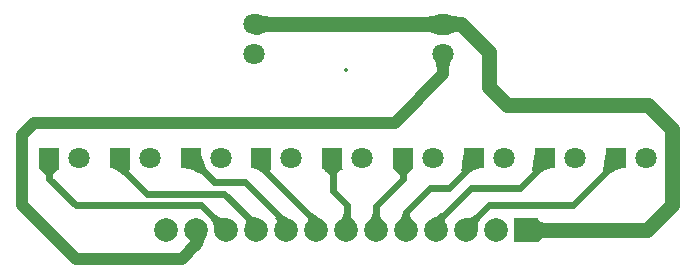
<source format=gbl>
%TF.GenerationSoftware,KiCad,Pcbnew,8.0.1*%
%TF.CreationDate,2024-06-15T14:56:54+02:00*%
%TF.ProjectId,BMW E30 VFL SI Indicator V2,424d5720-4533-4302-9056-464c20534920,rev?*%
%TF.SameCoordinates,Original*%
%TF.FileFunction,Copper,L2,Bot*%
%TF.FilePolarity,Positive*%
%FSLAX46Y46*%
G04 Gerber Fmt 4.6, Leading zero omitted, Abs format (unit mm)*
G04 Created by KiCad (PCBNEW 8.0.1) date 2024-06-15 14:56:54*
%MOMM*%
%LPD*%
G01*
G04 APERTURE LIST*
%TA.AperFunction,ComponentPad*%
%ADD10R,1.800000X1.800000*%
%TD*%
%TA.AperFunction,ComponentPad*%
%ADD11C,1.800000*%
%TD*%
%TA.AperFunction,ComponentPad*%
%ADD12C,2.000000*%
%TD*%
%TA.AperFunction,ComponentPad*%
%ADD13R,2.000000X2.000000*%
%TD*%
%TA.AperFunction,Conductor*%
%ADD14C,0.600000*%
%TD*%
%TA.AperFunction,Conductor*%
%ADD15C,1.000000*%
%TD*%
%TA.AperFunction,Conductor*%
%ADD16C,1.300000*%
%TD*%
%ADD17C,0.350000*%
G04 APERTURE END LIST*
D10*
%TO.P,D9,1,K*%
%TO.N,Net-(D9-K)*%
X125125000Y-85500000D03*
D11*
%TO.P,D9,2,A*%
%TO.N,Net-(D1-A)*%
X127665000Y-85500000D03*
%TD*%
D10*
%TO.P,D8,1,K*%
%TO.N,Net-(D8-K)*%
X131125000Y-85500000D03*
D11*
%TO.P,D8,2,A*%
%TO.N,Net-(D1-A)*%
X133665000Y-85500000D03*
%TD*%
D10*
%TO.P,D5,1,K*%
%TO.N,Net-(D5-K)*%
X149125000Y-85500000D03*
D11*
%TO.P,D5,2,A*%
%TO.N,Net-(D1-A)*%
X151665000Y-85500000D03*
%TD*%
D10*
%TO.P,D7,1,K*%
%TO.N,Net-(D7-K)*%
X137125000Y-85500000D03*
D11*
%TO.P,D7,2,A*%
%TO.N,Net-(D1-A)*%
X139665000Y-85500000D03*
%TD*%
D10*
%TO.P,D1,1,K*%
%TO.N,Net-(D1-K)*%
X173125000Y-85500000D03*
D11*
%TO.P,D1,2,A*%
%TO.N,Net-(D1-A)*%
X175665000Y-85500000D03*
%TD*%
D10*
%TO.P,D6,1,K*%
%TO.N,Net-(D6-K)*%
X143125000Y-85500000D03*
D11*
%TO.P,D6,2,A*%
%TO.N,Net-(D1-A)*%
X145665000Y-85500000D03*
%TD*%
D10*
%TO.P,D2,1,K*%
%TO.N,Net-(D2-K)*%
X167125000Y-85500000D03*
D11*
%TO.P,D2,2,A*%
%TO.N,Net-(D1-A)*%
X169665000Y-85500000D03*
%TD*%
D10*
%TO.P,D4,1,K*%
%TO.N,Net-(D4-K)*%
X155125000Y-85500000D03*
D11*
%TO.P,D4,2,A*%
%TO.N,Net-(D1-A)*%
X157665000Y-85500000D03*
%TD*%
D10*
%TO.P,D3,1,K*%
%TO.N,Net-(D3-K)*%
X161125000Y-85500000D03*
D11*
%TO.P,D3,2,A*%
%TO.N,Net-(D1-A)*%
X163665000Y-85500000D03*
%TD*%
D12*
%TO.P,J1,13,BULB_OILSERVICE*%
%TO.N,Net-(J1-BULB_OILSERVICE)*%
X135060000Y-91600000D03*
%TO.P,J1,12,BULB_INSPECTION*%
%TO.N,Net-(J1-BULB_INSPECTION)*%
X137600000Y-91600000D03*
%TO.P,J1,11,LED_G1*%
%TO.N,Net-(D9-K)*%
X140140000Y-91600000D03*
%TO.P,J1,10,LED_G2*%
%TO.N,Net-(D8-K)*%
X142680000Y-91600000D03*
%TO.P,J1,9,LED_G3*%
%TO.N,Net-(D7-K)*%
X145220000Y-91600000D03*
%TO.P,J1,8,LED_G4*%
%TO.N,Net-(D6-K)*%
X147760000Y-91600000D03*
%TO.P,J1,7,LED_G5*%
%TO.N,Net-(D5-K)*%
X150300000Y-91600000D03*
%TO.P,J1,6,LED_Y*%
%TO.N,Net-(D4-K)*%
X152840000Y-91600000D03*
%TO.P,J1,5,LED_R1*%
%TO.N,Net-(D3-K)*%
X155380000Y-91600000D03*
%TO.P,J1,4,LED_R2*%
%TO.N,Net-(D2-K)*%
X157920000Y-91600000D03*
%TO.P,J1,3,LED_R3*%
%TO.N,Net-(D1-K)*%
X160460000Y-91600000D03*
%TO.P,J1,2,GND_LED*%
%TO.N,Net-(D1-A)*%
X163000000Y-91600000D03*
D13*
%TO.P,J1,1,GND_BULB*%
%TO.N,Net-(J1-GND_BULB)*%
X165540000Y-91600000D03*
%TD*%
D11*
%TO.P,LA2,1,-*%
%TO.N,Net-(J1-BULB_INSPECTION)*%
X158500000Y-76700000D03*
%TO.P,LA2,2,+*%
%TO.N,Net-(J1-GND_BULB)*%
X158500000Y-74160000D03*
%TD*%
%TO.P,LA1,1,-*%
%TO.N,Net-(J1-GND_BULB)*%
X142500000Y-74160000D03*
%TO.P,LA1,2,+*%
%TO.N,Net-(J1-BULB_OILSERVICE)*%
X142500000Y-76700000D03*
%TD*%
D14*
%TO.N,Net-(D2-K)*%
X157920000Y-90980000D02*
X157920000Y-91600000D01*
X160900000Y-88000000D02*
X157920000Y-90980000D01*
X165000000Y-88000000D02*
X160900000Y-88000000D01*
X167125000Y-85875000D02*
X165000000Y-88000000D01*
X167125000Y-85500000D02*
X167125000Y-85875000D01*
%TO.N,Net-(D3-K)*%
X155380000Y-90020000D02*
X155380000Y-91600000D01*
X157400000Y-88000000D02*
X155380000Y-90020000D01*
X159000000Y-88000000D02*
X157400000Y-88000000D01*
X161125000Y-85875000D02*
X159000000Y-88000000D01*
X161125000Y-85500000D02*
X161125000Y-85875000D01*
%TO.N,Net-(D4-K)*%
X152840000Y-89560000D02*
X152840000Y-91600000D01*
X155125000Y-87275000D02*
X152840000Y-89560000D01*
X155125000Y-85500000D02*
X155125000Y-87275000D01*
%TO.N,Net-(D5-K)*%
X150400000Y-91500000D02*
X150300000Y-91600000D01*
X149150000Y-88250000D02*
X150400000Y-89500000D01*
X149150000Y-85525000D02*
X149150000Y-88250000D01*
X150400000Y-89500000D02*
X150400000Y-91500000D01*
X149125000Y-85500000D02*
X149150000Y-85525000D01*
%TO.N,Net-(D6-K)*%
X147760000Y-90860000D02*
X147760000Y-91600000D01*
X143125000Y-86225000D02*
X147760000Y-90860000D01*
X143125000Y-85500000D02*
X143125000Y-86225000D01*
%TO.N,Net-(D7-K)*%
X145220000Y-91015000D02*
X145220000Y-91600000D01*
X139125000Y-87500000D02*
X141705000Y-87500000D01*
X141705000Y-87500000D02*
X145220000Y-91015000D01*
X137125000Y-85500000D02*
X139125000Y-87500000D01*
%TO.N,Net-(D8-K)*%
X142680000Y-91190000D02*
X142680000Y-91600000D01*
X133400000Y-88500000D02*
X139990000Y-88500000D01*
X139990000Y-88500000D02*
X142680000Y-91190000D01*
X131125000Y-86225000D02*
X133400000Y-88500000D01*
X131125000Y-85500000D02*
X131125000Y-86225000D01*
%TO.N,Net-(D9-K)*%
X138040000Y-89500000D02*
X140140000Y-91600000D01*
X127400000Y-89500000D02*
X138040000Y-89500000D01*
X125150000Y-87250000D02*
X127400000Y-89500000D01*
X125150000Y-85525000D02*
X125150000Y-87250000D01*
X125125000Y-85500000D02*
X125150000Y-85525000D01*
D15*
%TO.N,Net-(J1-BULB_INSPECTION)*%
X122900000Y-83500000D02*
X123900000Y-82500000D01*
X123900000Y-82500000D02*
X154400000Y-82500000D01*
X137600000Y-92800000D02*
X136400000Y-94000000D01*
X122900000Y-89500000D02*
X122900000Y-83500000D01*
X158500000Y-78400000D02*
X158500000Y-76700000D01*
X154400000Y-82500000D02*
X158500000Y-78400000D01*
X137600000Y-91600000D02*
X137600000Y-92800000D01*
X127400000Y-94000000D02*
X122900000Y-89500000D01*
X136400000Y-94000000D02*
X127400000Y-94000000D01*
D16*
%TO.N,Net-(J1-GND_BULB)*%
X175800000Y-91600000D02*
X165540000Y-91600000D01*
X177900000Y-89500000D02*
X175800000Y-91600000D01*
X175900000Y-81000000D02*
X177900000Y-83000000D01*
X177900000Y-83000000D02*
X177900000Y-89500000D01*
X163900000Y-81000000D02*
X175900000Y-81000000D01*
X162400000Y-76500000D02*
X162400000Y-79500000D01*
X160060000Y-74160000D02*
X162400000Y-76500000D01*
X162400000Y-79500000D02*
X163900000Y-81000000D01*
X158500000Y-74160000D02*
X160060000Y-74160000D01*
D14*
%TO.N,Net-(D1-K)*%
X160460000Y-91440000D02*
X160460000Y-91600000D01*
X162400000Y-89500000D02*
X160460000Y-91440000D01*
X169500000Y-89500000D02*
X162400000Y-89500000D01*
X173500000Y-85500000D02*
X169500000Y-89500000D01*
D16*
%TO.N,Net-(J1-GND_BULB)*%
X142500000Y-74160000D02*
X158500000Y-74160000D01*
%TD*%
%TA.AperFunction,Conductor*%
%TO.N,Net-(D2-K)*%
G36*
X158386025Y-90105011D02*
G01*
X158795929Y-90514915D01*
X158799356Y-90523188D01*
X158797460Y-90529574D01*
X158667574Y-90728977D01*
X158678271Y-90910688D01*
X158678271Y-90910689D01*
X158768167Y-91096416D01*
X158768236Y-91096559D01*
X158870314Y-91314978D01*
X158871243Y-91317939D01*
X158917634Y-91586316D01*
X158915666Y-91595052D01*
X158908098Y-91599838D01*
X158906113Y-91600009D01*
X157924150Y-91600703D01*
X157915875Y-91597282D01*
X157915861Y-91597268D01*
X157221821Y-90901839D01*
X157218402Y-90893562D01*
X157221837Y-90885293D01*
X157222481Y-90884697D01*
X157476978Y-90667163D01*
X157478710Y-90665939D01*
X157694517Y-90541292D01*
X157695478Y-90540797D01*
X157858442Y-90466484D01*
X157896266Y-90449237D01*
X157896269Y-90449235D01*
X157896283Y-90449229D01*
X158113481Y-90323779D01*
X158370152Y-90104389D01*
X158378665Y-90101620D01*
X158386025Y-90105011D01*
G37*
%TD.AperFunction*%
%TD*%
%TA.AperFunction,Conductor*%
%TO.N,Net-(D2-K)*%
G36*
X166238529Y-85220514D02*
G01*
X167121070Y-85497835D01*
X167127935Y-85503584D01*
X167447683Y-86119357D01*
X167586102Y-86385924D01*
X167586873Y-86394846D01*
X167581110Y-86401700D01*
X167577805Y-86402828D01*
X167366452Y-86441135D01*
X167366448Y-86441136D01*
X167366446Y-86441136D01*
X167366444Y-86441137D01*
X167249784Y-86480785D01*
X167139477Y-86518274D01*
X167139474Y-86518275D01*
X166912517Y-86631406D01*
X166912507Y-86631412D01*
X166685547Y-86780545D01*
X166685538Y-86780551D01*
X166466771Y-86959002D01*
X166458195Y-86961576D01*
X166451103Y-86958209D01*
X166038730Y-86545836D01*
X166035303Y-86537563D01*
X166035525Y-86535295D01*
X166038888Y-86518274D01*
X166072452Y-86348389D01*
X166110589Y-86119357D01*
X166148725Y-85854326D01*
X166186862Y-85553294D01*
X166223404Y-85230360D01*
X166227740Y-85222527D01*
X166236346Y-85220052D01*
X166238529Y-85220514D01*
G37*
%TD.AperFunction*%
%TD*%
%TA.AperFunction,Conductor*%
%TO.N,Net-(D3-K)*%
G36*
X155678052Y-90103427D02*
G01*
X155681373Y-90110128D01*
X155721376Y-90405151D01*
X155829084Y-90599457D01*
X155829087Y-90599461D01*
X155978357Y-90752781D01*
X155978614Y-90753054D01*
X156028852Y-90808164D01*
X156144078Y-90934564D01*
X156145622Y-90936699D01*
X156297399Y-91205825D01*
X156298478Y-91214714D01*
X156292955Y-91221763D01*
X156291695Y-91222377D01*
X155384487Y-91599136D01*
X155375533Y-91599145D01*
X155375513Y-91599136D01*
X154468304Y-91222377D01*
X154461977Y-91216039D01*
X154461986Y-91207085D01*
X154462593Y-91205837D01*
X154614377Y-90936694D01*
X154615916Y-90934567D01*
X154781439Y-90752993D01*
X154781573Y-90752851D01*
X154930913Y-90599460D01*
X155038622Y-90405152D01*
X155078627Y-90110128D01*
X155083135Y-90102390D01*
X155090221Y-90100000D01*
X155669779Y-90100000D01*
X155678052Y-90103427D01*
G37*
%TD.AperFunction*%
%TD*%
%TA.AperFunction,Conductor*%
%TO.N,Net-(D3-K)*%
G36*
X160238529Y-85220514D02*
G01*
X161121070Y-85497835D01*
X161127935Y-85503584D01*
X161447683Y-86119357D01*
X161586102Y-86385924D01*
X161586873Y-86394846D01*
X161581110Y-86401700D01*
X161577805Y-86402828D01*
X161366452Y-86441135D01*
X161366448Y-86441136D01*
X161366446Y-86441136D01*
X161366444Y-86441137D01*
X161249784Y-86480785D01*
X161139477Y-86518274D01*
X161139474Y-86518275D01*
X160912517Y-86631406D01*
X160912507Y-86631412D01*
X160685547Y-86780545D01*
X160685538Y-86780551D01*
X160466771Y-86959002D01*
X160458195Y-86961576D01*
X160451103Y-86958209D01*
X160038730Y-86545836D01*
X160035303Y-86537563D01*
X160035525Y-86535295D01*
X160038888Y-86518274D01*
X160072452Y-86348389D01*
X160110589Y-86119357D01*
X160148725Y-85854326D01*
X160186862Y-85553294D01*
X160223404Y-85230360D01*
X160227740Y-85222527D01*
X160236346Y-85220052D01*
X160238529Y-85220514D01*
G37*
%TD.AperFunction*%
%TD*%
%TA.AperFunction,Conductor*%
%TO.N,Net-(D4-K)*%
G36*
X153138052Y-90103427D02*
G01*
X153141373Y-90110128D01*
X153181376Y-90405151D01*
X153289084Y-90599457D01*
X153289087Y-90599461D01*
X153438357Y-90752781D01*
X153438614Y-90753054D01*
X153488852Y-90808164D01*
X153604078Y-90934564D01*
X153605622Y-90936699D01*
X153757399Y-91205825D01*
X153758478Y-91214714D01*
X153752955Y-91221763D01*
X153751695Y-91222377D01*
X152844487Y-91599136D01*
X152835533Y-91599145D01*
X152835513Y-91599136D01*
X151928304Y-91222377D01*
X151921977Y-91216039D01*
X151921986Y-91207085D01*
X151922593Y-91205837D01*
X152074377Y-90936694D01*
X152075916Y-90934567D01*
X152241439Y-90752993D01*
X152241573Y-90752851D01*
X152390913Y-90599460D01*
X152498622Y-90405152D01*
X152538627Y-90110128D01*
X152543135Y-90102390D01*
X152550221Y-90100000D01*
X153129779Y-90100000D01*
X153138052Y-90103427D01*
G37*
%TD.AperFunction*%
%TD*%
%TA.AperFunction,Conductor*%
%TO.N,Net-(D4-K)*%
G36*
X155133268Y-85507277D02*
G01*
X156012950Y-86387937D01*
X156016372Y-86396211D01*
X156012941Y-86404483D01*
X156009409Y-86406903D01*
X155905006Y-86453134D01*
X155904991Y-86453143D01*
X155785001Y-86529705D01*
X155665009Y-86629698D01*
X155544998Y-86753139D01*
X155428511Y-86895703D01*
X155420623Y-86899941D01*
X155419451Y-86900000D01*
X154830549Y-86900000D01*
X154822276Y-86896573D01*
X154821489Y-86895703D01*
X154705001Y-86753139D01*
X154702391Y-86750454D01*
X154584999Y-86629707D01*
X154584992Y-86629701D01*
X154584989Y-86629698D01*
X154584990Y-86629698D01*
X154464998Y-86529705D01*
X154464999Y-86529705D01*
X154345008Y-86453143D01*
X154344993Y-86453134D01*
X154240590Y-86406903D01*
X154234413Y-86400420D01*
X154234629Y-86391468D01*
X154237045Y-86387941D01*
X155116722Y-85507286D01*
X155124994Y-85503856D01*
X155133268Y-85507277D01*
G37*
%TD.AperFunction*%
%TD*%
%TA.AperFunction,Conductor*%
%TO.N,Net-(D5-K)*%
G36*
X149133267Y-85507278D02*
G01*
X149133351Y-85507360D01*
X150013256Y-86388243D01*
X150016678Y-86396518D01*
X150013247Y-86404790D01*
X150009972Y-86407093D01*
X149909995Y-86454283D01*
X149794995Y-86531422D01*
X149679997Y-86631423D01*
X149564990Y-86754290D01*
X149453513Y-86895548D01*
X149445698Y-86899920D01*
X149444329Y-86900000D01*
X148855507Y-86900000D01*
X148847234Y-86896573D01*
X148846491Y-86895757D01*
X148728188Y-86752721D01*
X148724587Y-86749067D01*
X148606373Y-86629079D01*
X148524142Y-86561573D01*
X148484568Y-86529085D01*
X148484563Y-86529081D01*
X148484560Y-86529079D01*
X148475344Y-86523301D01*
X148362756Y-86452723D01*
X148256572Y-86406768D01*
X148250340Y-86400337D01*
X148250481Y-86391383D01*
X148252864Y-86387840D01*
X149116724Y-85507433D01*
X149124962Y-85503930D01*
X149133267Y-85507278D01*
G37*
%TD.AperFunction*%
%TD*%
%TA.AperFunction,Conductor*%
%TO.N,Net-(D5-K)*%
G36*
X150697783Y-90123318D02*
G01*
X150701141Y-90130318D01*
X150732146Y-90413578D01*
X150817390Y-90607065D01*
X150817391Y-90607067D01*
X150817393Y-90607070D01*
X150938955Y-90763461D01*
X151071291Y-90934528D01*
X151079429Y-90945047D01*
X151080514Y-90946728D01*
X151217864Y-91205962D01*
X151218709Y-91214877D01*
X151213003Y-91221779D01*
X151212012Y-91222245D01*
X150304487Y-91599136D01*
X150295533Y-91599145D01*
X150295513Y-91599136D01*
X149388684Y-91222534D01*
X149382357Y-91216196D01*
X149382366Y-91207242D01*
X149383153Y-91205685D01*
X149547128Y-90934523D01*
X149549239Y-90931951D01*
X149739332Y-90758221D01*
X149739859Y-90757769D01*
X149917640Y-90615250D01*
X150048865Y-90428138D01*
X150098377Y-90129676D01*
X150103111Y-90122075D01*
X150109919Y-90119891D01*
X150689510Y-90119891D01*
X150697783Y-90123318D01*
G37*
%TD.AperFunction*%
%TD*%
%TA.AperFunction,Conductor*%
%TO.N,Net-(D6-K)*%
G36*
X143132602Y-85507933D02*
G01*
X143134413Y-85509413D01*
X144013389Y-86388389D01*
X144016816Y-86396662D01*
X144013389Y-86404935D01*
X144010235Y-86407183D01*
X143993138Y-86415501D01*
X143993136Y-86415503D01*
X143961275Y-86437394D01*
X143961272Y-86437396D01*
X143929415Y-86465676D01*
X143929404Y-86465687D01*
X143897561Y-86500339D01*
X143897543Y-86500360D01*
X143866135Y-86540840D01*
X143865164Y-86541941D01*
X143449576Y-86957529D01*
X143441303Y-86960956D01*
X143433150Y-86957647D01*
X143258640Y-86788059D01*
X143075860Y-86642678D01*
X143075861Y-86642678D01*
X143075859Y-86642677D01*
X143075856Y-86642675D01*
X142893082Y-86529543D01*
X142893079Y-86529541D01*
X142893076Y-86529539D01*
X142893073Y-86529538D01*
X142813062Y-86494127D01*
X142710299Y-86448648D01*
X142710295Y-86448646D01*
X142710284Y-86448643D01*
X142543259Y-86404189D01*
X142536145Y-86398750D01*
X142534962Y-86389874D01*
X142536513Y-86386425D01*
X143116388Y-85511222D01*
X143123813Y-85506220D01*
X143132602Y-85507933D01*
G37*
%TD.AperFunction*%
%TD*%
%TA.AperFunction,Conductor*%
%TO.N,Net-(D6-K)*%
G36*
X147409964Y-90084833D02*
G01*
X147649123Y-90298865D01*
X147649126Y-90298867D01*
X147845031Y-90432787D01*
X147845033Y-90432789D01*
X147845037Y-90432791D01*
X147845038Y-90432792D01*
X148023434Y-90537347D01*
X148024108Y-90537774D01*
X148219077Y-90671053D01*
X148220262Y-90671984D01*
X148267432Y-90714197D01*
X148457901Y-90884654D01*
X148461781Y-90892724D01*
X148458817Y-90901174D01*
X148458380Y-90901637D01*
X147764138Y-91597268D01*
X147755869Y-91600703D01*
X147755849Y-91600703D01*
X146774375Y-91600010D01*
X146766104Y-91596577D01*
X146762683Y-91588302D01*
X146762928Y-91585933D01*
X146820228Y-91310670D01*
X146821566Y-91307179D01*
X146950423Y-91085777D01*
X146950665Y-91085383D01*
X147071911Y-90898091D01*
X147106839Y-90714198D01*
X147048996Y-90619207D01*
X146982235Y-90509570D01*
X146980859Y-90500722D01*
X146983953Y-90495214D01*
X147393890Y-90085277D01*
X147402162Y-90081851D01*
X147409964Y-90084833D01*
G37*
%TD.AperFunction*%
%TD*%
%TA.AperFunction,Conductor*%
%TO.N,Net-(D7-K)*%
G36*
X144740703Y-90111267D02*
G01*
X144918188Y-90285072D01*
X145059282Y-90406568D01*
X145194521Y-90494407D01*
X145362718Y-90575341D01*
X145362740Y-90575350D01*
X145362753Y-90575356D01*
X145466858Y-90619077D01*
X145591957Y-90671615D01*
X145598258Y-90677978D01*
X145598241Y-90686869D01*
X145223697Y-91593468D01*
X145217370Y-91599806D01*
X145212875Y-91600701D01*
X144233741Y-91600009D01*
X144225470Y-91596576D01*
X144222049Y-91588301D01*
X144222199Y-91586445D01*
X144265462Y-91319791D01*
X144266278Y-91317010D01*
X144360604Y-91099606D01*
X144360615Y-91099580D01*
X144441503Y-90914375D01*
X144445105Y-90733429D01*
X144313469Y-90535407D01*
X144311744Y-90526621D01*
X144314939Y-90520660D01*
X144724246Y-90111353D01*
X144732518Y-90107927D01*
X144740703Y-90111267D01*
G37*
%TD.AperFunction*%
%TD*%
%TA.AperFunction,Conductor*%
%TO.N,Net-(D7-K)*%
G36*
X138022203Y-85132071D02*
G01*
X138028529Y-85138409D01*
X138028862Y-85139322D01*
X138138137Y-85482052D01*
X138251274Y-85800894D01*
X138364396Y-86083702D01*
X138364415Y-86083746D01*
X138477537Y-86330559D01*
X138586575Y-86533762D01*
X138587467Y-86542672D01*
X138584538Y-86547567D01*
X138173145Y-86958960D01*
X138164872Y-86962387D01*
X138158464Y-86960476D01*
X138012580Y-86864987D01*
X137883578Y-86780547D01*
X137883573Y-86780544D01*
X137883571Y-86780543D01*
X137883570Y-86780542D01*
X137600735Y-86631410D01*
X137356613Y-86533762D01*
X137317893Y-86518274D01*
X137317892Y-86518273D01*
X137317888Y-86518272D01*
X137035050Y-86441136D01*
X136767073Y-86402161D01*
X136759379Y-86397579D01*
X136757179Y-86388899D01*
X136757941Y-86386119D01*
X137122438Y-85503782D01*
X137128762Y-85497446D01*
X138013249Y-85132062D01*
X138022203Y-85132071D01*
G37*
%TD.AperFunction*%
%TD*%
%TA.AperFunction,Conductor*%
%TO.N,Net-(D8-K)*%
G36*
X142085498Y-90170415D02*
G01*
X142200393Y-90273903D01*
X142281298Y-90346777D01*
X142281300Y-90346778D01*
X142281302Y-90346780D01*
X142446004Y-90452076D01*
X142607223Y-90516787D01*
X142800587Y-90578753D01*
X142801087Y-90578926D01*
X143051312Y-90671895D01*
X143057874Y-90677988D01*
X143058204Y-90686937D01*
X143058051Y-90687329D01*
X142683697Y-91593468D01*
X142677370Y-91599806D01*
X142672875Y-91600701D01*
X141693164Y-91600009D01*
X141684893Y-91596576D01*
X141681472Y-91588301D01*
X141681552Y-91586944D01*
X141711456Y-91335544D01*
X141711865Y-91333579D01*
X141773648Y-91127837D01*
X141817231Y-90952586D01*
X141793338Y-90781489D01*
X141658820Y-90595325D01*
X141656753Y-90586615D01*
X141660029Y-90580204D01*
X142069398Y-90170835D01*
X142077670Y-90167409D01*
X142085498Y-90170415D01*
G37*
%TD.AperFunction*%
%TD*%
%TA.AperFunction,Conductor*%
%TO.N,Net-(D8-K)*%
G36*
X131132602Y-85507933D02*
G01*
X131134413Y-85509413D01*
X132013389Y-86388389D01*
X132016816Y-86396662D01*
X132013389Y-86404935D01*
X132010235Y-86407183D01*
X131993138Y-86415501D01*
X131993136Y-86415503D01*
X131961275Y-86437394D01*
X131961272Y-86437396D01*
X131929415Y-86465676D01*
X131929404Y-86465687D01*
X131897561Y-86500339D01*
X131897543Y-86500360D01*
X131866135Y-86540840D01*
X131865164Y-86541941D01*
X131449576Y-86957529D01*
X131441303Y-86960956D01*
X131433150Y-86957647D01*
X131258640Y-86788059D01*
X131075860Y-86642678D01*
X131075861Y-86642678D01*
X131075859Y-86642677D01*
X131075856Y-86642675D01*
X130893082Y-86529543D01*
X130893079Y-86529541D01*
X130893076Y-86529539D01*
X130893073Y-86529538D01*
X130813062Y-86494127D01*
X130710299Y-86448648D01*
X130710295Y-86448646D01*
X130710284Y-86448643D01*
X130543259Y-86404189D01*
X130536145Y-86398750D01*
X130534962Y-86389874D01*
X130536513Y-86386425D01*
X131116388Y-85511222D01*
X131123813Y-85506220D01*
X131132602Y-85507933D01*
G37*
%TD.AperFunction*%
%TD*%
%TA.AperFunction,Conductor*%
%TO.N,Net-(D9-K)*%
G36*
X139299603Y-90333397D02*
G01*
X139536505Y-90513725D01*
X139750063Y-90574959D01*
X139964036Y-90577823D01*
X139964389Y-90577833D01*
X140209756Y-90589180D01*
X140212345Y-90589596D01*
X140509973Y-90672576D01*
X140517022Y-90678099D01*
X140518101Y-90686988D01*
X140517645Y-90688313D01*
X140142562Y-91596215D01*
X140136235Y-91602553D01*
X140136215Y-91602562D01*
X139228313Y-91977645D01*
X139219359Y-91977636D01*
X139213032Y-91971298D01*
X139212576Y-91969973D01*
X139129596Y-91672345D01*
X139129180Y-91669756D01*
X139117833Y-91424389D01*
X139117823Y-91424020D01*
X139114959Y-91210067D01*
X139114959Y-91210063D01*
X139053725Y-90996505D01*
X138873397Y-90759603D01*
X138871114Y-90750945D01*
X138874434Y-90744245D01*
X139284245Y-90334434D01*
X139292517Y-90331008D01*
X139299603Y-90333397D01*
G37*
%TD.AperFunction*%
%TD*%
%TA.AperFunction,Conductor*%
%TO.N,Net-(D9-K)*%
G36*
X125133267Y-85507278D02*
G01*
X125133351Y-85507360D01*
X126013256Y-86388243D01*
X126016678Y-86396518D01*
X126013247Y-86404790D01*
X126009972Y-86407093D01*
X125909995Y-86454283D01*
X125794995Y-86531422D01*
X125679997Y-86631423D01*
X125564990Y-86754290D01*
X125453513Y-86895548D01*
X125445698Y-86899920D01*
X125444329Y-86900000D01*
X124855507Y-86900000D01*
X124847234Y-86896573D01*
X124846491Y-86895757D01*
X124728188Y-86752721D01*
X124724587Y-86749067D01*
X124606373Y-86629079D01*
X124524142Y-86561573D01*
X124484568Y-86529085D01*
X124484563Y-86529081D01*
X124484560Y-86529079D01*
X124475344Y-86523301D01*
X124362756Y-86452723D01*
X124256572Y-86406768D01*
X124250340Y-86400337D01*
X124250481Y-86391383D01*
X124252864Y-86387840D01*
X125116724Y-85507433D01*
X125124962Y-85503930D01*
X125133267Y-85507278D01*
G37*
%TD.AperFunction*%
%TD*%
%TA.AperFunction,Conductor*%
%TO.N,Net-(J1-BULB_INSPECTION)*%
G36*
X159320296Y-77039764D02*
G01*
X159326621Y-77046102D01*
X159326612Y-77055056D01*
X159326446Y-77055437D01*
X159215830Y-77297111D01*
X159215602Y-77297581D01*
X159123357Y-77477437D01*
X159123341Y-77477470D01*
X159055715Y-77636640D01*
X159055712Y-77636649D01*
X159014151Y-77826850D01*
X159014149Y-77826864D01*
X159000575Y-78088905D01*
X158996725Y-78096990D01*
X158988891Y-78100000D01*
X158011109Y-78100000D01*
X158002836Y-78096573D01*
X157999425Y-78088905D01*
X157985849Y-77826864D01*
X157985848Y-77826859D01*
X157985848Y-77826853D01*
X157944284Y-77636644D01*
X157918979Y-77577084D01*
X157876657Y-77477470D01*
X157876652Y-77477461D01*
X157876648Y-77477450D01*
X157784386Y-77297562D01*
X157784176Y-77297130D01*
X157673553Y-77055437D01*
X157673226Y-77046488D01*
X157679323Y-77039929D01*
X157679654Y-77039784D01*
X158495512Y-76700863D01*
X158504465Y-76700855D01*
X159320296Y-77039764D01*
G37*
%TD.AperFunction*%
%TD*%
%TA.AperFunction,Conductor*%
%TO.N,Net-(J1-BULB_INSPECTION)*%
G36*
X137605191Y-91601155D02*
G01*
X138513326Y-91978300D01*
X138519653Y-91984638D01*
X138519747Y-91993336D01*
X138379689Y-92354431D01*
X138279090Y-92624301D01*
X138278675Y-92625277D01*
X138172407Y-92846674D01*
X138171398Y-92848385D01*
X138009782Y-93075961D01*
X138008825Y-93077140D01*
X137749681Y-93356770D01*
X137741544Y-93360509D01*
X137733146Y-93357399D01*
X137732826Y-93357090D01*
X137040652Y-92664916D01*
X137037225Y-92656643D01*
X137038783Y-92650810D01*
X137053469Y-92625277D01*
X137114965Y-92518355D01*
X137067217Y-92405596D01*
X137067216Y-92405595D01*
X137067216Y-92405594D01*
X136943361Y-92295393D01*
X136943336Y-92295343D01*
X136943323Y-92295359D01*
X136796648Y-92163697D01*
X136794714Y-92161458D01*
X136683971Y-91994518D01*
X136682253Y-91985729D01*
X136687253Y-91978300D01*
X136689229Y-91977246D01*
X137596223Y-91601151D01*
X137605176Y-91601149D01*
X137605191Y-91601155D01*
G37*
%TD.AperFunction*%
%TD*%
%TA.AperFunction,Conductor*%
%TO.N,Net-(J1-GND_BULB)*%
G36*
X166548003Y-90608542D02*
G01*
X166548260Y-90608807D01*
X166640000Y-90706619D01*
X166740000Y-90794928D01*
X166839999Y-90864928D01*
X166939999Y-90916619D01*
X167032005Y-90947331D01*
X167038767Y-90953201D01*
X167040000Y-90958429D01*
X167040000Y-92241570D01*
X167036573Y-92249843D01*
X167032005Y-92252668D01*
X166940004Y-92283377D01*
X166940002Y-92283378D01*
X166839999Y-92335071D01*
X166740000Y-92405070D01*
X166640000Y-92493379D01*
X166639993Y-92493386D01*
X166548260Y-92591192D01*
X166540101Y-92594882D01*
X166531722Y-92591722D01*
X166531457Y-92591465D01*
X165547285Y-91608277D01*
X165543854Y-91600006D01*
X165547277Y-91591731D01*
X165547285Y-91591723D01*
X166531457Y-90608533D01*
X166539732Y-90605111D01*
X166548003Y-90608542D01*
G37*
%TD.AperFunction*%
%TD*%
%TA.AperFunction,Conductor*%
%TO.N,Net-(J1-GND_BULB)*%
G36*
X158512541Y-73260930D02*
G01*
X158849378Y-73285924D01*
X158851372Y-73286249D01*
X159094682Y-73347869D01*
X159095683Y-73348171D01*
X159304805Y-73422000D01*
X159549606Y-73483999D01*
X159549610Y-73484000D01*
X159889166Y-73509196D01*
X159897163Y-73513226D01*
X159900000Y-73520864D01*
X159900000Y-74799135D01*
X159896573Y-74807408D01*
X159889166Y-74810803D01*
X159549607Y-74836000D01*
X159304800Y-74898000D01*
X159095694Y-74971823D01*
X159094671Y-74972132D01*
X158851378Y-75033749D01*
X158849372Y-75034075D01*
X158512552Y-75059068D01*
X158504048Y-75056263D01*
X158500018Y-75048266D01*
X158499986Y-75047413D01*
X158499000Y-74160026D01*
X158499000Y-74160000D01*
X158499986Y-73272586D01*
X158503422Y-73264317D01*
X158511699Y-73260899D01*
X158512541Y-73260930D01*
G37*
%TD.AperFunction*%
%TD*%
%TA.AperFunction,Conductor*%
%TO.N,Net-(D1-K)*%
G36*
X161220059Y-90270565D02*
G01*
X161629387Y-90679893D01*
X161632814Y-90688166D01*
X161630164Y-90695581D01*
X161492276Y-90863881D01*
X161432634Y-91016745D01*
X161427605Y-91172618D01*
X161427605Y-91172620D01*
X161446813Y-91357873D01*
X161446858Y-91358444D01*
X161459329Y-91587672D01*
X161456356Y-91596120D01*
X161448282Y-91599991D01*
X161447654Y-91600008D01*
X160467124Y-91600701D01*
X160458849Y-91597280D01*
X160456302Y-91593468D01*
X160453907Y-91587672D01*
X160082205Y-90687951D01*
X160082214Y-90678998D01*
X160088552Y-90672671D01*
X160089537Y-90672315D01*
X160367773Y-90585688D01*
X160369620Y-90585275D01*
X160525178Y-90563617D01*
X160595001Y-90553897D01*
X160626348Y-90549464D01*
X160789194Y-90526440D01*
X160984102Y-90447896D01*
X161204429Y-90269739D01*
X161213017Y-90267203D01*
X161220059Y-90270565D01*
G37*
%TD.AperFunction*%
%TD*%
%TA.AperFunction,Conductor*%
%TO.N,Net-(D1-K)*%
G36*
X172238529Y-85220514D02*
G01*
X173121070Y-85497835D01*
X173127935Y-85503584D01*
X173447683Y-86119357D01*
X173586102Y-86385924D01*
X173586873Y-86394846D01*
X173581110Y-86401700D01*
X173577805Y-86402828D01*
X173366452Y-86441135D01*
X173366448Y-86441136D01*
X173366446Y-86441136D01*
X173366444Y-86441137D01*
X173249784Y-86480785D01*
X173139477Y-86518274D01*
X173139474Y-86518275D01*
X172912517Y-86631406D01*
X172912507Y-86631412D01*
X172685547Y-86780545D01*
X172685538Y-86780551D01*
X172466771Y-86959002D01*
X172458195Y-86961576D01*
X172451103Y-86958209D01*
X172038730Y-86545836D01*
X172035303Y-86537563D01*
X172035525Y-86535295D01*
X172038888Y-86518274D01*
X172072452Y-86348389D01*
X172110589Y-86119357D01*
X172148725Y-85854326D01*
X172186862Y-85553294D01*
X172223404Y-85230360D01*
X172227740Y-85222527D01*
X172236346Y-85220052D01*
X172238529Y-85220514D01*
G37*
%TD.AperFunction*%
%TD*%
%TA.AperFunction,Conductor*%
%TO.N,Net-(J1-GND_BULB)*%
G36*
X158495951Y-73263736D02*
G01*
X158499981Y-73271733D01*
X158500013Y-73272586D01*
X158501000Y-74160000D01*
X158501000Y-74160026D01*
X158500013Y-75047413D01*
X158496577Y-75055682D01*
X158488300Y-75059100D01*
X158487447Y-75059068D01*
X158150628Y-75034075D01*
X158148621Y-75033749D01*
X157905324Y-74972130D01*
X157904302Y-74971821D01*
X157695200Y-74898002D01*
X157695198Y-74898001D01*
X157695194Y-74898000D01*
X157534896Y-74857402D01*
X157450390Y-74836000D01*
X157110834Y-74810803D01*
X157102837Y-74806773D01*
X157100000Y-74799135D01*
X157100000Y-73520864D01*
X157103427Y-73512591D01*
X157110833Y-73509196D01*
X157450389Y-73484000D01*
X157695194Y-73421999D01*
X157904321Y-73348170D01*
X157905310Y-73347871D01*
X158148628Y-73286248D01*
X158150619Y-73285925D01*
X158487448Y-73260931D01*
X158495951Y-73263736D01*
G37*
%TD.AperFunction*%
%TD*%
%TA.AperFunction,Conductor*%
%TO.N,Net-(J1-GND_BULB)*%
G36*
X142512541Y-73260930D02*
G01*
X142849378Y-73285924D01*
X142851372Y-73286249D01*
X143094682Y-73347869D01*
X143095683Y-73348171D01*
X143304805Y-73422000D01*
X143549606Y-73483999D01*
X143549610Y-73484000D01*
X143889166Y-73509196D01*
X143897163Y-73513226D01*
X143900000Y-73520864D01*
X143900000Y-74799135D01*
X143896573Y-74807408D01*
X143889166Y-74810803D01*
X143549607Y-74836000D01*
X143304800Y-74898000D01*
X143095694Y-74971823D01*
X143094671Y-74972132D01*
X142851378Y-75033749D01*
X142849372Y-75034075D01*
X142512552Y-75059068D01*
X142504048Y-75056263D01*
X142500018Y-75048266D01*
X142499986Y-75047413D01*
X142499000Y-74160026D01*
X142499000Y-74160000D01*
X142499986Y-73272586D01*
X142503422Y-73264317D01*
X142511699Y-73260899D01*
X142512541Y-73260930D01*
G37*
%TD.AperFunction*%
%TD*%
D17*
X125125000Y-85500000D03*
X127665000Y-85500000D03*
X131125000Y-85500000D03*
X133665000Y-85500000D03*
X149125000Y-85500000D03*
X151665000Y-85500000D03*
X137125000Y-85500000D03*
X139665000Y-85500000D03*
X173125000Y-85500000D03*
X175665000Y-85500000D03*
X143125000Y-85500000D03*
X145665000Y-85500000D03*
X167125000Y-85500000D03*
X169665000Y-85500000D03*
X155125000Y-85500000D03*
X157665000Y-85500000D03*
X161125000Y-85500000D03*
X163665000Y-85500000D03*
X135060000Y-91600000D03*
X137600000Y-91600000D03*
X140140000Y-91600000D03*
X142680000Y-91600000D03*
X145220000Y-91600000D03*
X147760000Y-91600000D03*
X150300000Y-91600000D03*
X152840000Y-91600000D03*
X155380000Y-91600000D03*
X157920000Y-91600000D03*
X160460000Y-91600000D03*
X163000000Y-91600000D03*
X165540000Y-91600000D03*
X158500000Y-76700000D03*
X158500000Y-74160000D03*
X142500000Y-74160000D03*
X142500000Y-76700000D03*
X150300000Y-78000000D03*
M02*

</source>
